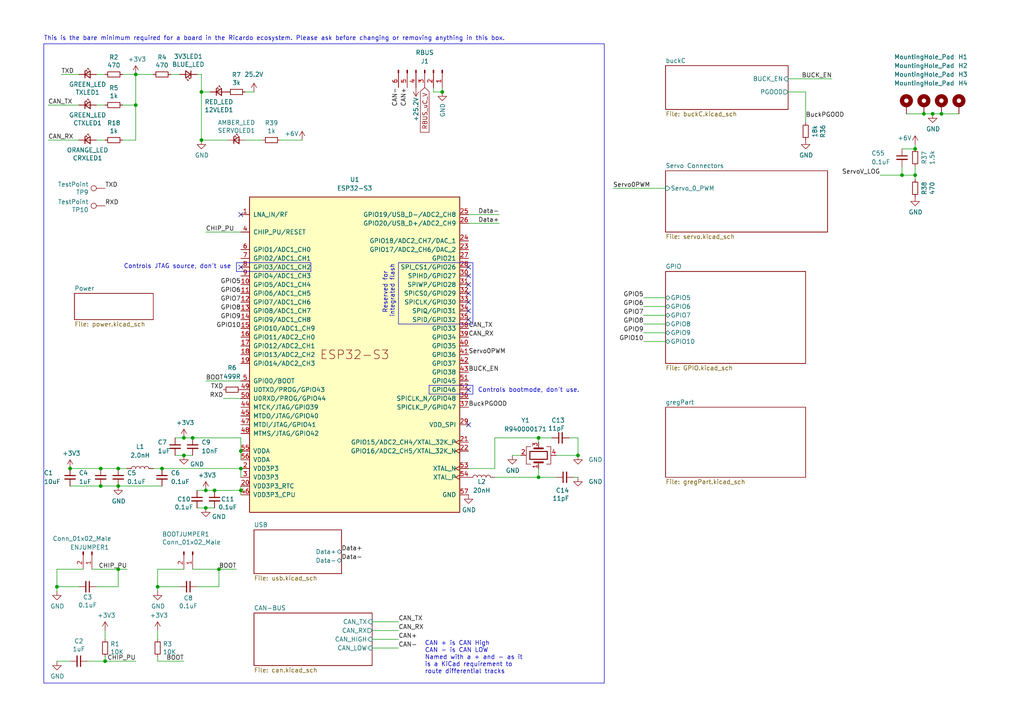
<source format=kicad_sch>
(kicad_sch (version 20231120) (generator "eeschema") (generator_version "8.0")
  (paper "A4")
  (lib_symbols
    (symbol "Connector:Conn_01x02_Male" (pin_names (offset 1.016) hide)
      (property "Reference" "J" (at 0 2.54 0))
      (property "Value" "Conn_01x02_Male" (at 0 -5.08 0))
      (symbol "Conn_01x02_Male_1_1"
        (polyline (pts (xy 1.27 -2.54) (xy 0.8636 -2.54)) (stroke (width 0.1524)))
        (polyline (pts (xy 1.27 0) (xy 0.8636 0)) (stroke (width 0.1524)))
        (rectangle (start 0.8636 -2.413) (end 0 -2.667) (stroke (width 0.1524)) (fill (type outline)))
        (rectangle (start 0.8636 0.127) (end 0 -0.127) (stroke (width 0.1524)) (fill (type outline)))
        (pin passive line (at 5.08 0 180) (length 3.81) (name "Pin_1") (number "1"))
        (pin passive line (at 5.08 -2.54 180) (length 3.81) (name "Pin_2") (number "2"))
      )
    )
    (symbol "Connector:Conn_01x06_Male" (pin_names (offset 1.016) hide)
      (property "Reference" "J" (at 0 7.62 0))
      (property "Value" "Conn_01x06_Male" (at 0 -10.16 0))
      (symbol "Conn_01x06_Male_1_1"
        (polyline (pts (xy 1.27 -7.62) (xy 0.8636 -7.62)) (stroke (width 0.1524)))
        (polyline (pts (xy 1.27 -5.08) (xy 0.8636 -5.08)) (stroke (width 0.1524)))
        (polyline (pts (xy 1.27 -2.54) (xy 0.8636 -2.54)) (stroke (width 0.1524)))
        (polyline (pts (xy 1.27 0) (xy 0.8636 0)) (stroke (width 0.1524)))
        (polyline (pts (xy 1.27 2.54) (xy 0.8636 2.54)) (stroke (width 0.1524)))
        (polyline (pts (xy 1.27 5.08) (xy 0.8636 5.08)) (stroke (width 0.1524)))
        (rectangle (start 0.8636 -7.493) (end 0 -7.747) (stroke (width 0.1524)) (fill (type outline)))
        (rectangle (start 0.8636 -4.953) (end 0 -5.207) (stroke (width 0.1524)) (fill (type outline)))
        (rectangle (start 0.8636 -2.413) (end 0 -2.667) (stroke (width 0.1524)) (fill (type outline)))
        (rectangle (start 0.8636 0.127) (end 0 -0.127) (stroke (width 0.1524)) (fill (type outline)))
        (rectangle (start 0.8636 2.667) (end 0 2.413) (stroke (width 0.1524)) (fill (type outline)))
        (rectangle (start 0.8636 5.207) (end 0 4.953) (stroke (width 0.1524)) (fill (type outline)))
        (pin passive line (at 5.08 5.08 180) (length 3.81) (name "Pin_1") (number "1"))
        (pin passive line (at 5.08 2.54 180) (length 3.81) (name "Pin_2") (number "2"))
        (pin passive line (at 5.08 0 180) (length 3.81) (name "Pin_3") (number "3"))
        (pin passive line (at 5.08 -2.54 180) (length 3.81) (name "Pin_4") (number "4"))
        (pin passive line (at 5.08 -5.08 180) (length 3.81) (name "Pin_5") (number "5"))
        (pin passive line (at 5.08 -7.62 180) (length 3.81) (name "Pin_6") (number "6"))
      )
    )
    (symbol "Connector:TestPoint" (pin_numbers hide) (pin_names (offset 0.762) hide)
      (property "Reference" "TP" (at 0 6.858 0))
      (property "Value" "TestPoint" (at 0 5.08 0))
      (symbol "TestPoint_0_1"
        (circle (center 0 3.302) (radius 0.762))
      )
      (symbol "TestPoint_1_1"
        (pin passive line (at 0 0 90) (length 2.54) (name "1") (number "1"))
      )
    )
    (symbol "Device:C_Small" (pin_numbers hide) (pin_names (offset 0.254) hide)
      (property "Reference" "C" (at 0.254 1.778 0))
      (property "Value" "C_Small" (at 0.254 -2.032 0))
      (symbol "C_Small_0_1"
        (polyline (pts (xy -1.524 -0.508) (xy 1.524 -0.508)) (stroke (width 0.3302)))
        (polyline (pts (xy -1.524 0.508) (xy 1.524 0.508)) (stroke (width 0.3048)))
      )
      (symbol "C_Small_1_1"
        (pin passive line (at 0 2.54 270) (length 2.032) (name "~") (number "1"))
        (pin passive line (at 0 -2.54 90) (length 2.032) (name "~") (number "2"))
      )
    )
    (symbol "Device:Crystal_GND24" (pin_names (offset 1.016) hide)
      (property "Reference" "Y" (at 3.175 5.08 0))
      (property "Value" "Crystal_GND24" (at 3.175 3.175 0))
      (symbol "Crystal_GND24_0_1"
        (rectangle (start -1.143 2.54) (end 1.143 -2.54) (stroke (width 0.3048)))
        (polyline (pts (xy -2.54 0) (xy -2.032 0)))
        (polyline (pts (xy -2.032 -1.27) (xy -2.032 1.27)) (stroke (width 0.508)))
        (polyline (pts (xy 0 -3.81) (xy 0 -3.556)))
        (polyline (pts (xy 0 3.556) (xy 0 3.81)))
        (polyline (pts (xy 2.032 -1.27) (xy 2.032 1.27)) (stroke (width 0.508)))
        (polyline (pts (xy 2.032 0) (xy 2.54 0)))
        (polyline (pts (xy -2.54 -2.286) (xy -2.54 -3.556) (xy 2.54 -3.556) (xy 2.54 -2.286)))
        (polyline (pts (xy -2.54 2.286) (xy -2.54 3.556) (xy 2.54 3.556) (xy 2.54 2.286)))
      )
      (symbol "Crystal_GND24_1_1"
        (pin passive line (at -3.81 0 0) (length 1.27) (name "1") (number "1"))
        (pin passive line (at 0 5.08 270) (length 1.27) (name "2") (number "2"))
        (pin passive line (at 3.81 0 180) (length 1.27) (name "3") (number "3"))
        (pin passive line (at 0 -5.08 90) (length 1.27) (name "4") (number "4"))
      )
    )
    (symbol "Device:L" (pin_numbers hide) (pin_names (offset 1.016) hide)
      (property "Reference" "L" (at -1.27 0 90))
      (property "Value" "L" (at 1.905 0 90))
      (symbol "L_0_1"
        (arc (start 0 -2.54) (mid 0.6323 -1.905) (end 0 -1.27))
        (arc (start 0 -1.27) (mid 0.6323 -0.635) (end 0 0))
        (arc (start 0 0) (mid 0.6323 0.635) (end 0 1.27))
        (arc (start 0 1.27) (mid 0.6323 1.905) (end 0 2.54))
      )
      (symbol "L_1_1"
        (pin passive line (at 0 3.81 270) (length 1.27) (name "1") (number "1"))
        (pin passive line (at 0 -3.81 90) (length 1.27) (name "2") (number "2"))
      )
    )
    (symbol "Device:LED_Small" (pin_numbers hide) (pin_names (offset 0.254) hide)
      (property "Reference" "D" (at -1.27 3.175 0))
      (property "Value" "LED_Small" (at -4.445 -2.54 0))
      (symbol "LED_Small_0_1"
        (polyline (pts (xy -0.762 -1.016) (xy -0.762 1.016)) (stroke (width 0.254)))
        (polyline (pts (xy 1.016 0) (xy -0.762 0)))
        (polyline (pts (xy 0.762 -1.016) (xy -0.762 0) (xy 0.762 1.016) (xy 0.762 -1.016)) (stroke (width 0.254)))
        (polyline (pts (xy 0 0.762) (xy -0.508 1.27) (xy -0.254 1.27) (xy -0.508 1.27) (xy -0.508 1.016)))
        (polyline (pts (xy 0.508 1.27) (xy 0 1.778) (xy 0.254 1.778) (xy 0 1.778) (xy 0 1.524)))
      )
      (symbol "LED_Small_1_1"
        (pin passive line (at -2.54 0 0) (length 1.778) (name "K") (number "1"))
        (pin passive line (at 2.54 0 180) (length 1.778) (name "A") (number "2"))
      )
    )
    (symbol "Device:R_Small" (pin_numbers hide) (pin_names (offset 0.254) hide)
      (property "Reference" "R" (at 0.762 0.508 0))
      (property "Value" "R_Small" (at 0.762 -1.016 0))
      (symbol "R_Small_0_1"
        (rectangle (start -0.762 1.778) (end 0.762 -1.778) (stroke (width 0.2032)))
      )
      (symbol "R_Small_1_1"
        (pin passive line (at 0 2.54 270) (length 0.762) (name "~") (number "1"))
        (pin passive line (at 0 -2.54 90) (length 0.762) (name "~") (number "2"))
      )
    )
    (symbol "Espressif:ESP32-S3" (pin_names (offset 1.016))
      (property "Reference" "U" (at 0 48.26 0))
      (property "Value" "ESP32-S3" (at 0 -48.26 0))
      (symbol "ESP32-S3_0_0"
        (text "ESP32-S3" (at 0 0 0) (effects (font (size 2.54 2.54))))
        (pin bidirectional line (at 33.02 -12.7 180) (length 2.54) (name "SPICLK_N/GPIO48") (number "36"))
        (pin bidirectional line (at 33.02 -15.24 180) (length 2.54) (name "SPICLK_P/GPIO47") (number "37"))
      )
      (symbol "ESP32-S3_0_1"
        (rectangle (start -30.48 45.72) (end 30.48 -45.72) (stroke (width 0.254)) (fill (type background)))
      )
      (symbol "ESP32-S3_1_1"
        (pin bidirectional line (at -33.02 40.64 0) (length 2.54) (name "LNA_IN/RF") (number "1"))
        (pin bidirectional line (at -33.02 20.32 0) (length 2.54) (name "GPIO5/ADC1_CH4") (number "10"))
        (pin bidirectional line (at -33.02 17.78 0) (length 2.54) (name "GPIO6/ADC1_CH5") (number "11"))
        (pin bidirectional line (at -33.02 15.24 0) (length 2.54) (name "GPIO7/ADC1_CH6") (number "12"))
        (pin bidirectional line (at -33.02 12.7 0) (length 2.54) (name "GPIO8/ADC1_CH7") (number "13"))
        (pin bidirectional line (at -33.02 10.16 0) (length 2.54) (name "GPIO9/ADC1_CH8") (number "14"))
        (pin bidirectional line (at -33.02 7.62 0) (length 2.54) (name "GPIO10/ADC1_CH9") (number "15"))
        (pin bidirectional line (at -33.02 5.08 0) (length 2.54) (name "GPIO11/ADC2_CH0") (number "16"))
        (pin bidirectional line (at -33.02 2.54 0) (length 2.54) (name "GPIO12/ADC2_CH1") (number "17"))
        (pin bidirectional line (at -33.02 0 0) (length 2.54) (name "GPIO13/ADC2_CH2") (number "18"))
        (pin bidirectional line (at -33.02 -2.54 0) (length 2.54) (name "GPIO14/ADC2_CH3") (number "19"))
        (pin power_in line (at -33.02 -33.02 0) (length 2.54) (name "VDD3P3") (number "2"))
        (pin power_in line (at -33.02 -38.1 0) (length 2.54) (name "VDD3P3_RTC") (number "20"))
        (pin input clock (at 33.02 -25.4 180) (length 2.54) (name "GPIO15/ADC2_CH4/XTAL_32K_P") (number "21"))
        (pin output clock (at 33.02 -27.94 180) (length 2.54) (name "GPIO16/ADC2_CH5/XTAL_32K_N") (number "22"))
        (pin bidirectional line (at 33.02 30.48 180) (length 2.54) (name "GPIO17/ADC2_CH6/DAC_2") (number "23"))
        (pin bidirectional line (at 33.02 33.02 180) (length 2.54) (name "GPIO18/ADC2_CH7/DAC_1") (number "24"))
        (pin bidirectional line (at 33.02 40.64 180) (length 2.54) (name "GPIO19/USB_D-/ADC2_CH8") (number "25"))
        (pin bidirectional line (at 33.02 38.1 180) (length 2.54) (name "GPIO20/USB_D+/ADC2_CH9") (number "26"))
        (pin bidirectional line (at 33.02 27.94 180) (length 2.54) (name "GPIO21") (number "27"))
        (pin bidirectional line (at 33.02 25.4 180) (length 2.54) (name "SPI_CS1/GPIO26") (number "28"))
        (pin power_out line (at 33.02 -20.32 180) (length 2.54) (name "VDD_SPI") (number "29"))
        (pin power_in line (at -33.02 -35.56 0) (length 2.54) (name "VDD3P3") (number "3"))
        (pin bidirectional line (at 33.02 22.86 180) (length 2.54) (name "SPIHD/GPIO27") (number "30"))
        (pin bidirectional line (at 33.02 20.32 180) (length 2.54) (name "SPIWP/GPIO28") (number "31"))
        (pin bidirectional line (at 33.02 17.78 180) (length 2.54) (name "SPICS0/GPIO29") (number "32"))
        (pin bidirectional line (at 33.02 15.24 180) (length 2.54) (name "SPICLK/GPIO30") (number "33"))
        (pin bidirectional line (at 33.02 12.7 180) (length 2.54) (name "SPIQ/GPIO31") (number "34"))
        (pin bidirectional line (at 33.02 10.16 180) (length 2.54) (name "SPID/GPIO32") (number "35"))
        (pin bidirectional line (at 33.02 7.62 180) (length 2.54) (name "GPIO33") (number "38"))
        (pin bidirectional line (at 33.02 5.08 180) (length 2.54) (name "GPIO34") (number "39"))
        (pin input line (at -33.02 35.56 0) (length 2.54) (name "CHIP_PU/RESET") (number "4"))
        (pin bidirectional line (at 33.02 2.54 180) (length 2.54) (name "GPIO35") (number "40"))
        (pin bidirectional line (at 33.02 0 180) (length 2.54) (name "GPIO36") (number "41"))
        (pin bidirectional line (at 33.02 -2.54 180) (length 2.54) (name "GPIO37") (number "42"))
        (pin bidirectional line (at 33.02 -5.08 180) (length 2.54) (name "GPIO38") (number "43"))
        (pin bidirectional line (at -33.02 -15.24 0) (length 2.54) (name "MTCK/JTAG/GPIO39") (number "44"))
        (pin bidirectional line (at -33.02 -17.78 0) (length 2.54) (name "MTDO/JTAG/GPIO40") (number "45"))
        (pin power_in line (at -33.02 -40.64 0) (length 2.54) (name "VDD3P3_CPU") (number "46"))
        (pin bidirectional line (at -33.02 -20.32 0) (length 2.54) (name "MTDI/JTAG/GPIO41") (number "47"))
        (pin bidirectional line (at -33.02 -22.86 0) (length 2.54) (name "MTMS/JTAG/GPIO42") (number "48"))
        (pin bidirectional line (at -33.02 -10.16 0) (length 2.54) (name "U0TXD/PROG/GPIO43") (number "49"))
        (pin bidirectional line (at -33.02 -7.62 0) (length 2.54) (name "GPIO0/BOOT") (number "5"))
        (pin bidirectional line (at -33.02 -12.7 0) (length 2.54) (name "U0RXD/PROG/GPIO44") (number "50"))
        (pin bidirectional line (at 33.02 -7.62 180) (length 2.54) (name "GPIO45") (number "51"))
        (pin bidirectional line (at 33.02 -10.16 180) (length 2.54) (name "GPIO46") (number "52"))
        (pin input clock (at 33.02 -33.02 180) (length 2.54) (name "XTAL_N") (number "53"))
        (pin output clock (at 33.02 -35.56 180) (length 2.54) (name "XTAL_P") (number "54"))
        (pin power_in line (at -33.02 -27.94 0) (length 2.54) (name "VDDA") (number "55"))
        (pin power_in line (at -33.02 -30.48 0) (length 2.54) (name "VDDA") (number "56"))
        (pin power_in line (at 33.02 -40.64 180) (length 2.54) (name "GND") (number "57"))
        (pin bidirectional line (at -33.02 30.48 0) (length 2.54) (name "GPIO1/ADC1_CH0") (number "6"))
        (pin bidirectional line (at -33.02 27.94 0) (length 2.54) (name "GPIO2/ADC1_CH1") (number "7"))
        (pin bidirectional line (at -33.02 25.4 0) (length 2.54) (name "GPIO3/ADC1_CH2") (number "8"))
        (pin bidirectional line (at -33.02 22.86 0) (length 2.54) (name "GPIO4/ADC1_CH3") (number "9"))
      )
    )
    (symbol "Mechanical:MountingHole_Pad" (pin_numbers hide) (pin_names (offset 1.016) hide)
      (property "Reference" "H" (at 0 6.35 0))
      (property "Value" "MountingHole_Pad" (at 0 4.445 0))
      (symbol "MountingHole_Pad_0_1"
        (circle (center 0 1.27) (radius 1.27) (stroke (width 1.27)))
      )
      (symbol "MountingHole_Pad_1_1"
        (pin input line (at 0 -2.54 90) (length 2.54) (name "1") (number "1"))
      )
    )
    (symbol "power:+12V" (power) (pin_names (offset 0))
      (property "Value" "+12V" (at 0 3.556 0))
      (symbol "+12V_0_1"
        (polyline (pts (xy -0.762 1.27) (xy 0 2.54)))
        (polyline (pts (xy 0 0) (xy 0 2.54)))
        (polyline (pts (xy 0 2.54) (xy 0.762 1.27)))
      )
      (symbol "+12V_1_1"
        (pin power_in line (at 0 0 90) (length 0) hide (name "+12V") (number "1"))
      )
    )
    (symbol "power:+3.3V" (power) (pin_names (offset 0))
      (property "Value" "+3.3V" (at 0 3.556 0))
      (symbol "+3.3V_0_1"
        (polyline (pts (xy -0.762 1.27) (xy 0 2.54)))
        (polyline (pts (xy 0 0) (xy 0 2.54)))
        (polyline (pts (xy 0 2.54) (xy 0.762 1.27)))
      )
      (symbol "+3.3V_1_1"
        (pin power_in line (at 0 0 90) (length 0) hide (name "+3V3") (number "1"))
      )
    )
    (symbol "power:+6V" (power) (pin_names (offset 0))
      (property "Value" "+6V" (at 0 3.556 0))
      (symbol "+6V_0_1"
        (polyline (pts (xy -0.762 1.27) (xy 0 2.54)))
        (polyline (pts (xy 0 0) (xy 0 2.54)))
        (polyline (pts (xy 0 2.54) (xy 0.762 1.27)))
      )
      (symbol "+6V_1_1"
        (pin power_in line (at 0 0 90) (length 0) hide (name "+6V") (number "1"))
      )
    )
    (symbol "power:GND" (power) (pin_names (offset 0))
      (property "Value" "GND" (at 0 -3.81 0))
      (symbol "GND_0_1"
        (polyline (pts (xy 0 0) (xy 0 -1.27) (xy 1.27 -1.27) (xy 0 -2.54) (xy -1.27 -1.27) (xy 0 -1.27)))
      )
      (symbol "GND_1_1"
        (pin power_in line (at 0 0 270) (length 0) hide (name "GND") (number "1"))
      )
    )
  )
  (junction (at 39.37 21.59))
  (junction (at 59.69 142.24))
  (junction (at 265.43 43.18))
  (junction (at 53.34 127))
  (junction (at 58.42 26.67))
  (junction (at 39.37 30.48))
  (junction (at 30.48 191.77))
  (junction (at 69.85 142.24))
  (junction (at 55.88 127))
  (junction (at 63.5 165.1))
  (junction (at 59.69 147.32))
  (junction (at 62.23 142.24))
  (junction (at 58.42 40.64))
  (junction (at 34.29 135.89))
  (junction (at 20.32 135.89))
  (junction (at 45.72 170.18))
  (junction (at 29.21 135.89))
  (junction (at 34.29 140.97))
  (junction (at 265.43 50.8))
  (junction (at 156.21 127))
  (junction (at 261.62 50.8))
  (junction (at 273.05 33.02))
  (junction (at 53.34 132.08))
  (junction (at 156.21 138.43))
  (junction (at 69.85 130.81))
  (junction (at 29.21 140.97))
  (junction (at 16.51 170.18))
  (junction (at 270.51 33.02))
  (junction (at 267.97 33.02))
  (junction (at 167.64 132.08))
  (junction (at 46.99 135.89))
  (junction (at 128.27 26.67))
  (junction (at 34.29 165.1))
  (junction (at 69.85 135.89))
  (no_connect (at 135.89 77.47))
  (no_connect (at 135.89 87.63))
  (no_connect (at 135.89 85.09))
  (no_connect (at 135.89 90.17))
  (no_connect (at 135.89 80.01))
  (no_connect (at 135.89 92.71))
  (no_connect (at 69.85 77.47))
  (no_connect (at 69.85 62.23))
  (no_connect (at 135.89 113.03))
  (no_connect (at 135.89 82.55))
  (no_connect (at 135.89 123.19))
  (wire (pts (xy 30.48 191.77) (xy 30.48 190.5)))
  (wire (pts (xy 135.89 62.23) (xy 144.78 62.23)))
  (wire (pts (xy 69.85 135.89) (xy 69.85 138.43)))
  (polyline (pts (xy 90.17 78.74) (xy 68.58 78.74)))
  (wire (pts (xy 63.5 170.18) (xy 63.5 165.1)))
  (wire (pts (xy 261.62 43.18) (xy 265.43 43.18)))
  (polyline (pts (xy 68.58 76.2) (xy 68.58 78.74)))
  (wire (pts (xy 60.96 26.67) (xy 58.42 26.67)))
  (wire (pts (xy 16.51 191.77) (xy 20.32 191.77)))
  (wire (pts (xy 107.95 180.34) (xy 115.57 180.34)))
  (wire (pts (xy 128.27 25.4) (xy 128.27 26.67)))
  (wire (pts (xy 160.02 127) (xy 156.21 127)))
  (wire (pts (xy 35.56 30.48) (xy 39.37 30.48)))
  (wire (pts (xy 177.8 54.61) (xy 193.04 54.61)))
  (wire (pts (xy 45.72 165.1) (xy 53.34 165.1)))
  (wire (pts (xy 125.73 26.67) (xy 128.27 26.67)))
  (wire (pts (xy 58.42 21.59) (xy 57.15 21.59)))
  (wire (pts (xy 29.21 135.89) (xy 34.29 135.89)))
  (wire (pts (xy 186.69 93.98) (xy 193.04 93.98)))
  (wire (pts (xy 143.51 138.43) (xy 156.21 138.43)))
  (wire (pts (xy 59.69 110.49) (xy 69.85 110.49)))
  (polyline (pts (xy 12.7 12.7) (xy 12.7 198.12)))
  (wire (pts (xy 267.97 33.02) (xy 262.89 33.02)))
  (wire (pts (xy 16.51 170.18) (xy 16.51 171.45)))
  (wire (pts (xy 57.15 170.18) (xy 63.5 170.18)))
  (polyline (pts (xy 137.16 111.76) (xy 137.16 114.3)))
  (wire (pts (xy 68.58 165.1) (xy 63.5 165.1)))
  (wire (pts (xy 186.69 88.9) (xy 193.04 88.9)))
  (wire (pts (xy 27.94 21.59) (xy 30.48 21.59)))
  (wire (pts (xy 16.51 165.1) (xy 16.51 170.18)))
  (wire (pts (xy 161.29 132.08) (xy 167.64 132.08)))
  (wire (pts (xy 30.48 182.88) (xy 30.48 185.42)))
  (wire (pts (xy 57.15 147.32) (xy 59.69 147.32)))
  (polyline (pts (xy 68.58 76.2) (xy 90.17 76.2)))
  (wire (pts (xy 255.27 50.8) (xy 261.62 50.8)))
  (wire (pts (xy 34.29 135.89) (xy 36.83 135.89)))
  (wire (pts (xy 69.85 142.24) (xy 69.85 143.51)))
  (wire (pts (xy 62.23 142.24) (xy 69.85 142.24)))
  (wire (pts (xy 64.77 115.57) (xy 69.85 115.57)))
  (wire (pts (xy 53.34 132.08) (xy 55.88 132.08)))
  (wire (pts (xy 143.51 135.89) (xy 143.51 127)))
  (wire (pts (xy 156.21 127) (xy 156.21 128.27)))
  (wire (pts (xy 34.29 165.1) (xy 36.83 165.1)))
  (wire (pts (xy 186.69 99.06) (xy 193.04 99.06)))
  (wire (pts (xy 50.8 132.08) (xy 53.34 132.08)))
  (polyline (pts (xy 124.46 111.76) (xy 124.46 114.3)))
  (wire (pts (xy 35.56 40.64) (xy 39.37 40.64)))
  (polyline (pts (xy 12.7 12.7) (xy 175.26 12.7)))
  (wire (pts (xy 39.37 30.48) (xy 39.37 40.64)))
  (wire (pts (xy 44.45 135.89) (xy 46.99 135.89)))
  (wire (pts (xy 261.62 50.8) (xy 265.43 50.8)))
  (wire (pts (xy 69.85 130.81) (xy 69.85 133.35)))
  (wire (pts (xy 39.37 30.48) (xy 39.37 21.59)))
  (wire (pts (xy 261.62 48.26) (xy 261.62 50.8)))
  (wire (pts (xy 22.86 170.18) (xy 16.51 170.18)))
  (wire (pts (xy 27.94 40.64) (xy 30.48 40.64)))
  (wire (pts (xy 50.8 127) (xy 53.34 127)))
  (wire (pts (xy 17.78 21.59) (xy 22.86 21.59)))
  (wire (pts (xy 13.97 30.48) (xy 22.86 30.48)))
  (wire (pts (xy 52.07 170.18) (xy 45.72 170.18)))
  (wire (pts (xy 186.69 96.52) (xy 193.04 96.52)))
  (wire (pts (xy 228.6 22.86) (xy 241.3 22.86)))
  (wire (pts (xy 278.13 33.02) (xy 273.05 33.02)))
  (wire (pts (xy 29.21 140.97) (xy 34.29 140.97)))
  (wire (pts (xy 35.56 21.59) (xy 39.37 21.59)))
  (wire (pts (xy 55.88 127) (xy 69.85 127)))
  (wire (pts (xy 107.95 187.96) (xy 115.57 187.96)))
  (wire (pts (xy 107.95 182.88) (xy 115.57 182.88)))
  (wire (pts (xy 69.85 127) (xy 69.85 130.81)))
  (wire (pts (xy 233.68 26.67) (xy 233.68 35.56)))
  (polyline (pts (xy 137.16 114.3) (xy 124.46 114.3)))
  (wire (pts (xy 265.43 50.8) (xy 265.43 52.07)))
  (wire (pts (xy 55.88 165.1) (xy 63.5 165.1)))
  (wire (pts (xy 125.73 25.4) (xy 125.73 26.67)))
  (wire (pts (xy 25.4 191.77) (xy 30.48 191.77)))
  (wire (pts (xy 273.05 33.02) (xy 270.51 33.02)))
  (wire (pts (xy 135.89 135.89) (xy 143.51 135.89)))
  (wire (pts (xy 45.72 170.18) (xy 45.72 171.45)))
  (wire (pts (xy 45.72 191.77) (xy 45.72 190.5)))
  (wire (pts (xy 49.53 21.59) (xy 52.07 21.59)))
  (wire (pts (xy 265.43 41.91) (xy 265.43 43.18)))
  (wire (pts (xy 148.59 132.08) (xy 151.13 132.08)))
  (wire (pts (xy 58.42 21.59) (xy 58.42 26.67)))
  (wire (pts (xy 228.6 26.67) (xy 233.68 26.67)))
  (wire (pts (xy 161.29 138.43) (xy 156.21 138.43)))
  (wire (pts (xy 186.69 86.36) (xy 193.04 86.36)))
  (wire (pts (xy 186.69 91.44) (xy 193.04 91.44)))
  (wire (pts (xy 59.69 67.31) (xy 69.85 67.31)))
  (wire (pts (xy 53.34 191.77) (xy 45.72 191.77)))
  (wire (pts (xy 76.2 40.64) (xy 71.12 40.64)))
  (wire (pts (xy 58.42 26.67) (xy 58.42 40.64)))
  (wire (pts (xy 156.21 135.89) (xy 156.21 138.43)))
  (wire (pts (xy 34.29 170.18) (xy 34.29 165.1)))
  (polyline (pts (xy 90.17 76.2) (xy 90.17 78.74)))
  (wire (pts (xy 143.51 127) (xy 156.21 127)))
  (wire (pts (xy 167.64 138.43) (xy 166.37 138.43)))
  (wire (pts (xy 20.32 135.89) (xy 29.21 135.89)))
  (wire (pts (xy 167.64 127) (xy 167.64 132.08)))
  (wire (pts (xy 87.63 40.64) (xy 81.28 40.64)))
  (wire (pts (xy 265.43 48.26) (xy 265.43 50.8)))
  (wire (pts (xy 13.97 40.64) (xy 22.86 40.64)))
  (wire (pts (xy 39.37 21.59) (xy 44.45 21.59)))
  (polyline (pts (xy 124.46 111.76) (xy 137.16 111.76)))
  (wire (pts (xy 59.69 147.32) (xy 62.23 147.32)))
  (wire (pts (xy 30.48 191.77) (xy 39.37 191.77)))
  (wire (pts (xy 270.51 33.02) (xy 267.97 33.02)))
  (wire (pts (xy 107.95 185.42) (xy 115.57 185.42)))
  (wire (pts (xy 53.34 127) (xy 55.88 127)))
  (wire (pts (xy 58.42 40.64) (xy 66.04 40.64)))
  (wire (pts (xy 73.66 26.67) (xy 71.12 26.67)))
  (wire (pts (xy 46.99 135.89) (xy 69.85 135.89)))
  (polyline (pts (xy 175.26 12.7) (xy 175.26 198.12)))
  (wire (pts (xy 27.94 30.48) (xy 30.48 30.48)))
  (wire (pts (xy 34.29 140.97) (xy 46.99 140.97)))
  (wire (pts (xy 135.89 64.77) (xy 144.78 64.77)))
  (wire (pts (xy 27.94 170.18) (xy 34.29 170.18)))
  (wire (pts (xy 45.72 165.1) (xy 45.72 170.18)))
  (wire (pts (xy 59.69 142.24) (xy 62.23 142.24)))
  (wire (pts (xy 57.15 142.24) (xy 59.69 142.24)))
  (wire (pts (xy 20.32 140.97) (xy 29.21 140.97)))
  (wire (pts (xy 69.85 142.24) (xy 69.85 140.97)))
  (wire (pts (xy 167.64 127) (xy 165.1 127)))
  (wire (pts (xy 26.67 165.1) (xy 34.29 165.1)))
  (wire (pts (xy 45.72 182.88) (xy 45.72 185.42)))
  (wire (pts (xy 16.51 165.1) (xy 24.13 165.1)))
  (polyline (pts (xy 175.26 198.12) (xy 12.7 198.12)))
  (rectangle (start 115.57 76.2) (end 137.16 93.98))
  (text "Controls bootmode, don't use.\n" (at 138.5894 113.9757 0) (effects (font (size 1.27 1.27)) (justify left bottom)))
  (text "This is the bare minimum required for a board in the Ricardo ecosystem. Please ask before changing or removing anything in this box.\n\n" (at 12.7 13.97 0) (effects (font (size 1.27 1.27)) (justify left bottom)))
  (text "CAN + is CAN High\nCAN - is CAN LOW\nNamed with a + and - as it\nis a KiCad requirement to\nroute differential tracks\n" (at 123.19 195.58 0) (effects (font (size 1.27 1.27)) (justify left bottom)))
  (text "Controls JTAG source, don't use\n" (at 67.0857 78.0878 0) (effects (font (size 1.27 1.27)) (justify right bottom)))
  (text "Reserved for \nintegrated flash" (at 112.776 84.328 90) (effects (font (size 1.27 1.27))))
  (label "GPIO7" (at 186.69 91.44 180))
  (label "GPIO10" (at 186.69 99.06 180))
  (label "CAN_TX" (at 135.89 95.25 0))
  (label "GPIO5" (at 69.85 82.55 180))
  (label "CHIP_PU" (at 36.83 165.1 180))
  (label "GPIO8" (at 69.85 90.17 180))
  (label "CAN+" (at 115.57 185.42 0))
  (label "GPIO6" (at 186.69 88.9 180))
  (label "Data+" (at 99.06 160.02 0) (property "Netclass" "USB" (effects (hide yes))))
  (label "GPIO7" (at 69.85 87.63 180))
  (label "RXD" (at 30.48 59.69 0))
  (label "BuckPGOOD" (at 233.68 34.29 0))
  (label "BUCK_EN" (at 135.89 107.95 0))
  (label "Data-" (at 99.06 162.56 0) (property "Netclass" "USB" (effects (hide yes))))
  (label "GPIO9" (at 69.85 92.71 180))
  (label "BOOT" (at 53.34 191.77 180))
  (label "BUCK_EN" (at 241.3 22.86 180))
  (label "TXD" (at 30.48 54.61 0))
  (label "CAN_RX" (at 13.97 40.64 0))
  (label "CAN-" (at 115.57 25.4 270))
  (label "ServoV_LOG" (at 255.27 50.8 180))
  (label "CAN_RX" (at 135.89 97.79 0))
  (label "CAN+" (at 118.11 25.4 270))
  (label "CAN_TX" (at 115.57 180.34 0))
  (label "GPIO9" (at 186.69 96.52 180))
  (label "Servo0PWM" (at 135.89 102.87 0))
  (label "GPIO5" (at 186.69 86.36 180))
  (label "BOOT" (at 68.58 165.1 180))
  (label "Servo0PWM" (at 177.8 54.61 0))
  (label "RXD" (at 64.77 115.57 180))
  (label "BOOT" (at 59.69 110.49 0))
  (label "TXD" (at 64.77 113.03 180))
  (label "CAN_TX" (at 13.97 30.48 0))
  (label "CHIP_PU" (at 59.69 67.31 0))
  (label "BuckPGOOD" (at 135.89 118.11 0))
  (label "GPIO10" (at 69.85 95.25 180))
  (label "CAN_RX" (at 115.57 182.88 0))
  (label "Data+" (at 144.78 64.77 180))
  (label "Data-" (at 144.78 62.23 180))
  (label "CAN-" (at 115.57 187.96 0))
  (label "GPIO6" (at 69.85 85.09 180))
  (label "TXD" (at 17.78 21.59 0))
  (label "CHIP_PU" (at 39.37 191.77 180))
  (label "GPIO8" (at 186.69 93.98 180))
  (global_label "RBUS_uC_V" (shape input) (at 123.19 25.4 270) (property "Intersheetrefs" "${INTERSHEET_REFS}" (effects (hide yes))))
  (symbol (lib_id "power:+3.3V") (at 30.48 182.88 0) (unit 1)
    (property "Reference" "#PWR04" (effects (hide yes)))
    (property "Value" "+3V3" (at 30.861 178.4858 0))
  )
  (symbol (lib_id "Device:R_Small") (at 30.48 187.96 0) (unit 1)
    (property "Reference" "R1" (at 31.9786 186.7916 0) (effects (justify left)))
    (property "Value" "10K" (at 31.9786 189.103 0) (effects (justify left)))
    (property "Footprint" "Resistor_SMD:R_0402_1005Metric" (effects (hide yes)))
  )
  (symbol (lib_id "Device:C_Small") (at 22.86 191.77 270) (unit 1)
    (property "Reference" "C2" (at 22.86 185.9534 90))
    (property "Value" "1uF" (at 22.86 188.2648 90))
    (property "Footprint" "Capacitor_SMD:C_0402_1005Metric" (effects (hide yes)))
  )
  (symbol (lib_id "power:GND") (at 16.51 191.77 0) (unit 1)
    (property "Reference" "#PWR02" (effects (hide yes)))
    (property "Value" "GND" (at 16.637 196.1642 0))
  )
  (symbol (lib_id "power:+3.3V") (at 45.72 182.88 0) (unit 1)
    (property "Reference" "#PWR08" (effects (hide yes)))
    (property "Value" "+3V3" (at 46.101 178.4858 0))
  )
  (symbol (lib_id "Device:R_Small") (at 45.72 187.96 0) (unit 1)
    (property "Reference" "R3" (at 47.2186 186.7916 0) (effects (justify left)))
    (property "Value" "10K" (at 47.2186 189.103 0) (effects (justify left)))
    (property "Footprint" "Resistor_SMD:R_0402_1005Metric" (effects (hide yes)))
  )
  (symbol (lib_id "power:GND") (at 45.72 171.45 0) (unit 1)
    (property "Reference" "#PWR07" (effects (hide yes)))
    (property "Value" "GND" (at 45.847 175.8442 0))
  )
  (symbol (lib_id "Device:C_Small") (at 54.61 170.18 270) (unit 1)
    (property "Reference" "C8" (at 54.61 173.4566 90))
    (property "Value" "0.1uF" (at 54.61 175.768 90))
    (property "Footprint" "Capacitor_SMD:C_0402_1005Metric" (effects (hide yes)))
  )
  (symbol (lib_id "power:GND") (at 16.51 171.45 0) (unit 1)
    (property "Reference" "#PWR01" (effects (hide yes)))
    (property "Value" "GND" (at 16.637 175.8442 0))
  )
  (symbol (lib_id "Device:C_Small") (at 25.4 170.18 270) (unit 1)
    (property "Reference" "C3" (at 25.4 173.2026 90))
    (property "Value" "0.1uF" (at 25.4 175.514 90))
    (property "Footprint" "Capacitor_SMD:C_0402_1005Metric" (effects (hide yes)))
  )
  (symbol (lib_id "Device:LED_Small") (at 25.4 21.59 0) (unit 1)
    (property "Reference" "TXLED1" (at 25.4 26.797 0))
    (property "Value" "GREEN_LED" (at 25.4 24.4856 0))
    (property "Footprint" "Resistor_SMD:R_0402_1005Metric" (effects (hide yes)))
  )
  (symbol (lib_id "Device:R_Small") (at 33.02 21.59 270) (unit 1)
    (property "Reference" "R2" (at 33.02 16.6116 90))
    (property "Value" "470" (at 33.02 18.923 90))
    (property "Footprint" "Resistor_SMD:R_0402_1005Metric" (effects (hide yes)))
  )
  (symbol (lib_id "power:GND") (at 58.42 40.64 0) (unit 1)
    (property "Reference" "#PWR012" (effects (hide yes)))
    (property "Value" "GND" (at 58.547 45.0342 0))
  )
  (symbol (lib_id "power:+3.3V") (at 39.37 21.59 0) (unit 1)
    (property "Reference" "#PWR06" (effects (hide yes)))
    (property "Value" "+3V3" (at 39.751 17.1958 0))
  )
  (symbol (lib_id "Device:LED_Small") (at 54.61 21.59 180) (unit 1)
    (property "Reference" "3V3LED1" (at 54.61 16.383 0))
    (property "Value" "BLUE_LED" (at 54.61 18.6944 0))
    (property "Footprint" "Resistor_SMD:R_0402_1005Metric" (effects (hide yes)))
  )
  (symbol (lib_id "Device:R_Small") (at 46.99 21.59 270) (unit 1)
    (property "Reference" "R4" (at 46.99 16.6116 90))
    (property "Value" "470" (at 46.99 18.923 90))
    (property "Footprint" "Resistor_SMD:R_0402_1005Metric" (effects (hide yes)))
  )
  (symbol (lib_id "Connector:Conn_01x02_Male") (at 26.67 160.02 270) (unit 1)
    (property "Reference" "ENJUMPER1" (at 20.32 158.75 90) (effects (justify left)))
    (property "Value" "Conn_01x02_Male" (at 15.24 156.21 90) (effects (justify left)))
    (property "Footprint" "Connector_PinHeader_2.54mm:PinHeader_1x02_P2.54mm_Vertical" (effects (hide yes)))
  )
  (symbol (lib_id "Connector:Conn_01x02_Male") (at 55.88 160.02 270) (unit 1)
    (property "Reference" "BOOTJUMPER1" (at 46.99 154.94 90) (effects (justify left)))
    (property "Value" "Conn_01x02_Male" (at 46.99 157.2514 90) (effects (justify left)))
    (property "Footprint" "Connector_PinHeader_2.54mm:PinHeader_1x02_P2.54mm_Vertical" (effects (hide yes)))
  )
  (symbol (lib_id "power:GND") (at 128.27 26.67 0) (unit 1)
    (property "Reference" "#PWR018" (effects (hide yes)))
    (property "Value" "GND" (at 128.397 29.9212 90) (effects (justify right)))
  )
  (symbol (lib_id "Connector:Conn_01x06_Male") (at 123.19 20.32 270) (unit 1)
    (property "Reference" "J1" (at 123.19 17.78 90))
    (property "Value" "RBUS" (at 123.19 15.24 90))
    (property "Footprint" "Connector_Molex:Molex_Mini-Fit_Jr_5566-06A_2x03_P4.20mm_Vertical" (effects (hide yes)))
  )
  (symbol (lib_id "Device:LED_Small") (at 63.5 26.67 0) (unit 1)
    (property "Reference" "12VLED1" (at 63.5 31.877 0))
    (property "Value" "RED_LED" (at 63.5 29.5656 0))
    (property "Footprint" "Resistor_SMD:R_0402_1005Metric" (effects (hide yes)))
  )
  (symbol (lib_id "Device:R_Small") (at 68.58 26.67 270) (unit 1)
    (property "Reference" "R7" (at 68.58 21.6916 90))
    (property "Value" "3k" (at 68.58 24.003 90))
    (property "Footprint" "Resistor_SMD:R_0402_1005Metric" (effects (hide yes)))
  )
  (symbol (lib_id "Device:LED_Small") (at 25.4 30.48 0) (unit 1)
    (property "Reference" "CTXLED1" (at 25.4 35.687 0))
    (property "Value" "GREEN_LED" (at 25.4 33.3756 0))
    (property "Footprint" "Resistor_SMD:R_0402_1005Metric" (effects (hide yes)))
  )
  (symbol (lib_id "Connector:TestPoint") (at 30.48 54.61 90) (unit 1)
    (property "Reference" "TP9" (at 25.7048 55.7784 90) (effects (justify left)))
    (property "Value" "TestPoint" (at 25.7048 53.467 90) (effects (justify left)))
    (property "Footprint" "TestPoint:TestPoint_Pad_D1.0mm" (effects (hide yes)))
  )
  (symbol (lib_id "Device:R_Small") (at 233.68 38.1 180) (unit 1)
    (property "Reference" "R36" (at 238.6584 38.1 90))
    (property "Value" "18k" (at 236.347 38.1 90))
    (property "Footprint" "Resistor_SMD:R_0402_1005Metric" (effects (hide yes)))
  )
  (symbol (lib_id "power:GND") (at 167.64 132.08 0) (unit 1)
    (property "Reference" "#PWR021" (effects (hide yes)))
    (property "Value" "GND" (at 172.72 133.35 0))
  )
  (symbol (lib_id "power:GND") (at 34.29 140.97 0) (unit 1)
    (property "Reference" "#PWR05" (effects (hide yes)))
    (property "Value" "GND" (at 34.417 145.3642 0))
  )
  (symbol (lib_id "Device:R_Small") (at 265.43 54.61 180) (unit 1)
    (property "Reference" "R38" (at 268.0716 54.61 90))
    (property "Value" "470" (at 270.383 54.61 90))
    (property "Footprint" "Resistor_SMD:R_0402_1005Metric" (effects (hide yes)))
  )
  (symbol (lib_id "Device:C_Small") (at 55.88 129.54 0) (unit 1)
    (property "Reference" "C9" (at 58.42 128.2762 0) (effects (justify left)))
    (property "Value" "10nF" (at 58.42 130.8162 0) (effects (justify left)))
    (property "Footprint" "Capacitor_SMD:C_0402_1005Metric" (effects (hide yes)))
  )
  (symbol (lib_id "power:+3.3V") (at 53.34 127 0) (unit 1)
    (property "Reference" "#PWR010" (effects (hide yes)))
    (property "Value" "+3V3" (at 53.721 122.6058 0))
  )
  (symbol (lib_id "Mechanical:MountingHole_Pad") (at 267.97 30.48 0) (unit 1)
    (property "Reference" "H2" (at 280.67 19.05 0) (effects (justify right)))
    (property "Value" "MountingHole_Pad" (at 276.86 21.59 0) (effects (justify right)))
    (property "Footprint" "MountingHole:MountingHole_3.2mm_M3_DIN965_Pad" (effects (hide yes)))
  )
  (symbol (lib_id "Device:C_Small") (at 50.8 129.54 0) (unit 1)
    (property "Reference" "C7" (at 45.72 128.27 0) (effects (justify left)))
    (property "Value" "1uF" (at 45.72 130.81 0) (effects (justify left)))
    (property "Footprint" "Capacitor_SMD:C_0402_1005Metric" (effects (hide yes)))
  )
  (symbol (lib_id "power:+6V") (at 265.43 41.91 0) (unit 1)
    (property "Reference" "#PWR096" (effects (hide yes)))
    (property "Value" "+6V" (at 262.3653 40.0378 0))
  )
  (symbol (lib_id "power:GND") (at 233.68 40.64 0) (unit 1)
    (property "Reference" "#PWR093" (effects (hide yes)))
    (property "Value" "GND" (at 233.807 45.0342 0))
  )
  (symbol (lib_id "power:+12V") (at 73.66 26.67 0) (unit 1)
    (property "Reference" "#PWR015" (effects (hide yes)))
    (property "Value" "25.2V" (at 73.66 21.59 0))
  )
  (symbol (lib_id "Mechanical:MountingHole_Pad") (at 278.13 30.48 0) (unit 1)
    (property "Reference" "H4" (at 280.67 24.13 0) (effects (justify right)))
    (property "Value" "MountingHole_Pad" (at 276.86 16.51 0) (effects (justify right)))
    (property "Footprint" "MountingHole:MountingHole_3.2mm_M3_DIN965_Pad" (effects (hide yes)))
  )
  (symbol (lib_id "power:GND") (at 59.69 147.32 0) (unit 1)
    (property "Reference" "#PWR014" (effects (hide yes)))
    (property "Value" "GND" (at 63.5 149.86 0))
  )
  (symbol (lib_id "power:+12V") (at 120.65 25.4 180) (unit 1)
    (property "Reference" "#PWR017" (effects (hide yes)))
    (property "Value" "+25.2V" (at 120.65 31.75 90))
  )
  (symbol (lib_id "Device:R_Small") (at 33.02 40.64 270) (unit 1)
    (property "Reference" "R18" (at 33.02 35.6616 90))
    (property "Value" "1k" (at 33.02 37.973 90))
    (property "Footprint" "Resistor_SMD:R_0402_1005Metric" (effects (hide yes)))
  )
  (symbol (lib_id "power:+6V") (at 87.63 40.64 0) (unit 1)
    (property "Reference" "#PWR098" (effects (hide yes)))
    (property "Value" "+6V" (at 84.5653 38.7678 0))
  )
  (symbol (lib_id "Device:R_Small") (at 265.43 45.72 180) (unit 1)
    (property "Reference" "R37" (at 268.0716 45.72 90))
    (property "Value" "1.5k" (at 270.383 45.72 90))
    (property "Footprint" "Resistor_SMD:R_0402_1005Metric" (effects (hide yes)))
  )
  (symbol (lib_id "Device:LED_Small") (at 25.4 40.64 0) (unit 1)
    (property "Reference" "CRXLED1" (at 25.4 45.847 0))
    (property "Value" "ORANGE_LED" (at 25.4 43.5356 0))
    (property "Footprint" "Resistor_SMD:R_0402_1005Metric" (effects (hide yes)))
  )
  (symbol (lib_id "Device:C_Small") (at 20.32 138.43 0) (unit 1)
    (property "Reference" "C1" (at 12.7 137.16 0) (effects (justify left)))
    (property "Value" "10uF" (at 12.7 139.7 0) (effects (justify left)))
    (property "Footprint" "Capacitor_SMD:C_0402_1005Metric" (effects (hide yes)))
  )
  (symbol (lib_id "Device:C_Small") (at 57.15 144.78 0) (unit 1)
    (property "Reference" "C10" (at 53.34 144.78 0))
    (property "Value" "0.1uF" (at 53.34 147.0914 0))
    (property "Footprint" "Capacitor_SMD:C_0402_1005Metric" (effects (hide yes)))
  )
  (symbol (lib_id "Device:C_Small") (at 163.83 138.43 90) (unit 1)
    (property "Reference" "C14" (at 165.1 142.24 90) (effects (justify left)))
    (property "Value" "11pF" (at 165.1 144.5514 90) (effects (justify left)))
    (property "Footprint" "Capacitor_SMD:C_0402_1005Metric" (effects (hide yes)))
  )
  (symbol (lib_id "power:GND") (at 167.64 138.43 0) (unit 1)
    (property "Reference" "#PWR022" (effects (hide yes)))
    (property "Value" "GND" (at 172.72 139.7 0))
  )
  (symbol (lib_id "Device:C_Small") (at 34.29 138.43 0) (unit 1)
    (property "Reference" "C5" (at 36.83 137.1662 0) (effects (justify left)))
    (property "Value" "0.1uF" (at 36.83 139.7062 0) (effects (justify left)))
    (property "Footprint" "Capacitor_SMD:C_0402_1005Metric" (effects (hide yes)))
  )
  (symbol (lib_id "power:GND") (at 265.43 57.15 0) (unit 1)
    (property "Reference" "#PWR097" (effects (hide yes)))
    (property "Value" "GND" (at 265.557 61.5442 0))
  )
  (symbol (lib_id "power:GND") (at 53.34 132.08 0) (unit 1)
    (property "Reference" "#PWR011" (effects (hide yes)))
    (property "Value" "GND" (at 57.15 134.62 0))
  )
  (symbol (lib_id "Device:C_Small") (at 261.62 45.72 0) (unit 1)
    (property "Reference" "C55" (at 252.73 44.45 0) (effects (justify left)))
    (property "Value" "0.1uF" (at 252.73 46.99 0) (effects (justify left)))
    (property "Footprint" "Capacitor_SMD:C_0402_1005Metric" (effects (hide yes)))
  )
  (symbol (lib_id "Mechanical:MountingHole_Pad") (at 262.89 30.48 0) (unit 1)
    (property "Reference" "H1" (at 280.67 16.51 0) (effects (justify right)))
    (property "Value" "MountingHole_Pad" (at 276.86 24.13 0) (effects (justify right)))
    (property "Footprint" "MountingHole:MountingHole_3.2mm_M3_DIN965_Pad" (effects (hide yes)))
  )
  (symbol (lib_id "Device:R_Small") (at 33.02 30.48 270) (unit 1)
    (property "Reference" "R5" (at 33.02 25.5016 90))
    (property "Value" "1k" (at 33.02 27.813 90))
    (property "Footprint" "Resistor_SMD:R_0402_1005Metric" (effects (hide yes)))
  )
  (symbol (lib_id "Device:C_Small") (at 62.23 144.78 0) (unit 1)
    (property "Reference" "C11" (at 66.04 144.78 0))
    (property "Value" "0.1uF" (at 66.04 147.0914 0))
    (property "Footprint" "Capacitor_SMD:C_0402_1005Metric" (effects (hide yes)))
  )
  (symbol (lib_id "Device:C_Small") (at 162.56 127 90) (unit 1)
    (property "Reference" "C13" (at 163.83 121.92 90) (effects (justify left)))
    (property "Value" "11pF" (at 163.83 124.2314 90) (effects (justify left)))
    (property "Footprint" "Capacitor_SMD:C_0402_1005Metric" (effects (hide yes)))
  )
  (symbol (lib_id "power:GND") (at 148.59 132.08 0) (unit 1)
    (property "Reference" "#PWR020" (effects (hide yes)))
    (property "Value" "GND" (at 148.717 136.4742 0))
  )
  (symbol (lib_id "Device:LED_Small") (at 68.58 40.64 0) (unit 1)
    (property "Reference" "SERVOLED1" (at 68.58 37.8714 0))
    (property "Value" "AMBER_LED" (at 68.58 35.56 0))
    (property "Footprint" "LED_SMD:LED_0402_1005Metric" (effects (hide yes)))
  )
  (symbol (lib_id "Device:L") (at 139.7 138.43 90) (unit 1)
    (property "Reference" "L2" (at 139.7 139.7 90))
    (property "Value" "20nH" (at 139.7 142.24 90))
    (property "Footprint" "Inductor_SMD:L_0402_1005Metric" (effects (hide yes)))
  )
  (symbol (lib_id "power:+3.3V") (at 59.69 142.24 0) (unit 1)
    (property "Reference" "#PWR013" (effects (hide yes)))
    (property "Value" "+3V3" (at 60.071 137.8458 0))
  )
  (symbol (lib_id "Connector:TestPoint") (at 30.48 59.69 90) (unit 1)
    (property "Reference" "TP10" (at 25.7048 60.8584 90) (effects (justify left)))
    (property "Value" "TestPoint" (at 25.7048 58.547 90) (effects (justify left)))
    (property "Footprint" "TestPoint:TestPoint_Pad_D1.0mm" (effects (hide yes)))
  )
  (symbol (lib_id "Device:R_Small") (at 78.74 40.64 270) (unit 1)
    (property "Reference" "R39" (at 78.74 35.6616 90))
    (property "Value" "1k" (at 78.74 37.973 90))
    (property "Footprint" "Resistor_SMD:R_0402_1005Metric" (effects (hide yes)))
  )
  (symbol (lib_id "Device:L") (at 40.64 135.89 90) (unit 1)
    (property "Reference" "L1" (at 40.64 129.54 90))
    (property "Value" "2.0nH" (at 40.64 132.08 90))
    (property "Footprint" "Inductor_SMD:L_0402_1005Metric" (effects (hide yes)))
  )
  (symbol (lib_id "power:+3.3V") (at 20.32 135.89 0) (unit 1)
    (property "Reference" "#PWR03" (effects (hide yes)))
    (property "Value" "+3V3" (at 20.701 131.4958 0))
  )
  (symbol (lib_id "Espressif:ESP32-S3") (at 102.87 102.87 0) (unit 1)
    (property "Reference" "U1" (at 102.87 52.07 0))
    (property "Value" "ESP32-S3" (at 102.87 54.61 0))
    (property "Footprint" "iclr:QFN40P700X700X90-57N" (effects (hide yes)))
    (property "Datasheet" "https://www.espressif.com/sites/default/files/documentation/esp32-s3_datasheet_en.pdf" (effects (hide yes)))
  )
  (symbol (lib_id "Mechanical:MountingHole_Pad") (at 273.05 30.48 0) (unit 1)
    (property "Reference" "H3" (at 280.67 21.59 0) (effects (justify right)))
    (property "Value" "MountingHole_Pad" (at 276.86 19.05 0) (effects (justify right)))
    (property "Footprint" "MountingHole:MountingHole_3.2mm_M3_DIN965_Pad" (effects (hide yes)))
  )
  (symbol (lib_id "power:GND") (at 270.51 33.02 0) (unit 1)
    (property "Reference" "#PWR023" (effects (hide yes)))
    (property "Value" "GND" (at 270.637 37.4142 0))
  )
  (symbol (lib_id "Device:Crystal_GND24") (at 156.21 132.08 90) (unit 1)
    (property "Reference" "Y1" (at 152.4 121.92 90))
    (property "Value" "R940000171" (at 152.4 124.46 90))
    (property "Footprint" "Crystal:Crystal_SMD_2016-4Pin_2.0x1.6mm" (effects (hide yes)))
  )
  (symbol (lib_id "Device:C_Small") (at 29.21 138.43 0) (unit 1)
    (property "Reference" "C4" (at 22.86 137.16 0) (effects (justify left)))
    (property "Value" "1uF" (at 22.86 139.7 0) (effects (justify left)))
    (property "Footprint" "Capacitor_SMD:C_0402_1005Metric" (effects (hide yes)))
  )
  (symbol (lib_id "power:GND") (at 135.89 143.51 0) (unit 1)
    (property "Reference" "#PWR019" (effects (hide yes)))
    (property "Value" "GND" (at 136.017 147.9042 0))
  )
  (symbol (lib_id "Device:R_Small") (at 67.31 113.03 90) (unit 1)
    (property "Reference" "R6" (at 67.31 106.68 90))
    (property "Value" "499R" (at 67.31 109.22 90))
    (property "Footprint" "Resistor_SMD:R_0402_1005Metric" (effects (hide yes)))
  )
  (symbol (lib_id "Device:C_Small") (at 46.99 138.43 0) (unit 1)
    (property "Reference" "C6" (at 49.53 137.1662 0) (effects (justify left)))
    (property "Value" "0.1uF" (at 49.53 139.7062 0) (effects (justify left)))
    (property "Footprint" "Capacitor_SMD:C_0402_1005Metric" (effects (hide yes)))
  )
  (sheet (at 73.66 153.67) (size 25.4 12.7)
    (property "Sheetname" "USB" (at 73.66 152.9584 0) (effects (justify left bottom)))
    (property "Sheetfile" "usb.kicad_sch" (at 73.66 166.9546 0) (effects (justify left top)))
    (pin "Data+" bidirectional (at 99.06 160.02 0))
    (pin "Data-" bidirectional (at 99.06 162.56 0))
  )
  (sheet (at 73.66 177.8) (size 34.29 15.24)
    (property "Sheetname" "CAN-BUS" (at 73.66 177.0884 0) (effects (justify left bottom)))
    (property "Sheetfile" "can.kicad_sch" (at 73.66 193.6246 0) (effects (justify left top)))
    (pin "CAN_TX" input (at 107.95 180.34 0))
    (pin "CAN_RX" output (at 107.95 182.88 0))
    (pin "CAN_HIGH" input (at 107.95 185.42 0))
    (pin "CAN_LOW" input (at 107.95 187.96 0))
  )
  (sheet (at 193.04 19.05) (size 35.56 12.7) (stroke (width 0.1524))
    (property "Sheetname" "buckC" (at 193.04 18.3384 0) (effects (justify left bottom)))
    (property "Sheetfile" "buckC.kicad_sch" (at 193.04 32.3346 0) (effects (justify left top)))
    (pin "BUCK_EN" input (at 228.6 22.86 0))
    (pin "PGOOD" output (at 228.6 26.67 0))
  )
  (sheet (at 193.04 118.11) (size 40.64 20.32) (stroke (width 0.1524))
    (property "Sheetname" "gregPart" (at 193.04 117.3984 0) (effects (justify left bottom)))
    (property "Sheetfile" "gregPart.kicad_sch" (at 193.04 139.0146 0) (effects (justify left top)))
  )
  (sheet (at 21.59 85.09) (size 22.86 7.62) (stroke (width 0.1524))
    (property "Sheetname" "Power" (at 21.59 84.3784 0) (effects (justify left bottom)))
    (property "Sheetfile" "power.kicad_sch" (at 21.59 93.2946 0) (effects (justify left top)))
  )
  (sheet (at 193.04 78.74) (size 40.64 26.67) (stroke (width 0.1524))
    (property "Sheetname" "GPIO" (at 193.04 78.0284 0) (effects (justify left bottom)))
    (property "Sheetfile" "GPIO.kicad_sch" (at 193.04 105.9946 0) (effects (justify left top)))
    (pin "GPIO9" bidirectional (at 193.04 96.52 180))
    (pin "GPIO8" bidirectional (at 193.04 93.98 180))
    (pin "GPIO10" bidirectional (at 193.04 99.06 180))
    (pin "GPIO6" bidirectional (at 193.04 88.9 180))
    (pin "GPIO7" bidirectional (at 193.04 91.44 180))
    (pin "GPIO5" bidirectional (at 193.04 86.36 180))
  )
  (sheet (at 193.04 49.53) (size 46.99 17.78) (stroke (width 0.1524))
    (property "Sheetname" "Servo Connectors" (at 193.04 48.8184 0) (effects (justify left bottom)))
    (property "Sheetfile" "servo.kicad_sch" (at 193.04 67.8946 0) (effects (justify left top)))
    (pin "Servo_0_PWM" input (at 193.04 54.61 180))
  )
)
</source>
